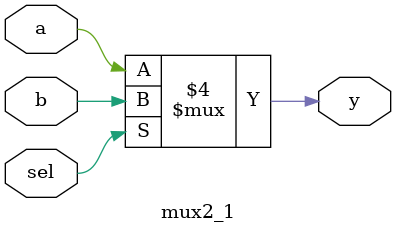
<source format=v>
module mux2_1(a, b, sel, y);
   input a, b, sel;
   output y;

   always @ (a or b or sel)
     begin
        y = 0;
        if (sel == 0) begin
           y = a;
        end else begin
           y = b;
        end
     end
endmodule // mux2_1

</source>
